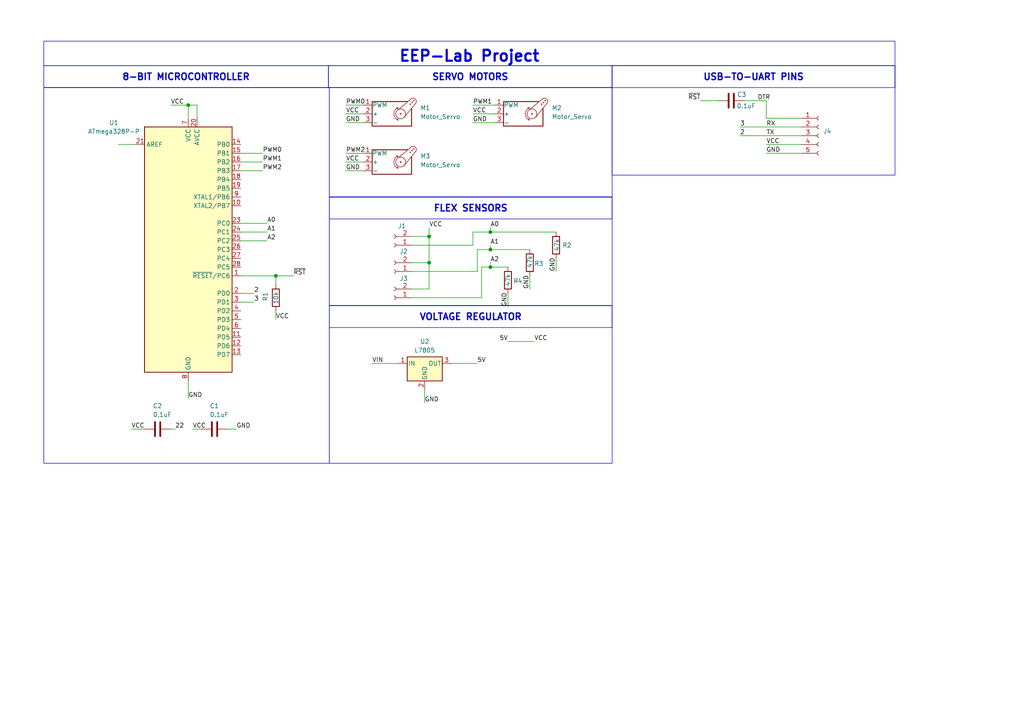
<source format=kicad_sch>
(kicad_sch (version 20231120) (generator "eeschema") (generator_version "8.0")
  (paper "A4")
  (lib_symbols
    (symbol "Device:C" (pin_numbers hide) (pin_names (offset 0.254))
      (property "Reference" "C" (at 0.635 2.54 0))
      (property "Value" "C" (at 0.635 -2.54 0))
      (symbol "C_0_1"
        (polyline (pts (xy -2.032 -0.762) (xy 2.032 -0.762)) (stroke (width 0.508)))
        (polyline (pts (xy -2.032 0.762) (xy 2.032 0.762)) (stroke (width 0.508)))
      )
      (symbol "C_1_1"
        (pin passive line (at 0 3.81 270) (length 2.794) (name "~") (number "1"))
        (pin passive line (at 0 -3.81 90) (length 2.794) (name "~") (number "2"))
      )
    )
    (symbol "Device:R" (pin_numbers hide) (pin_names (offset 0))
      (property "Reference" "R" (at 2.032 0 90))
      (property "Value" "R" (at 0 0 90))
      (symbol "R_0_1"
        (rectangle (start -1.016 -2.54) (end 1.016 2.54) (stroke (width 0.254)))
      )
      (symbol "R_1_1"
        (pin passive line (at 0 3.81 270) (length 1.27) (name "~") (number "1"))
        (pin passive line (at 0 -3.81 90) (length 1.27) (name "~") (number "2"))
      )
    )
    (symbol "atmega:ATmega328P-P"
      (property "Reference" "U" (at -12.7 36.83 0))
      (property "Value" "ATmega328P-P" (at 2.54 -36.83 0))
      (symbol "ATmega328P-P_0_1"
        (rectangle (start -12.7 -35.56) (end 12.7 35.56) (stroke (width 0.254)) (fill (type background)))
      )
      (symbol "ATmega328P-P_1_1"
        (pin bidirectional line (at 15.24 -7.62 180) (length 2.54) (name "~{RESET}/PC6") (number "1"))
        (pin bidirectional line (at 15.24 12.7 180) (length 2.54) (name "XTAL2/PB7") (number "10"))
        (pin bidirectional line (at 15.24 -25.4 180) (length 2.54) (name "PD5") (number "11"))
        (pin bidirectional line (at 15.24 -27.94 180) (length 2.54) (name "PD6") (number "12"))
        (pin bidirectional line (at 15.24 -30.48 180) (length 2.54) (name "PD7") (number "13"))
        (pin bidirectional line (at 15.24 30.48 180) (length 2.54) (name "PB0") (number "14"))
        (pin bidirectional line (at 15.24 27.94 180) (length 2.54) (name "PB1") (number "15"))
        (pin bidirectional line (at 15.24 25.4 180) (length 2.54) (name "PB2") (number "16"))
        (pin bidirectional line (at 15.24 22.86 180) (length 2.54) (name "PB3") (number "17"))
        (pin bidirectional line (at 15.24 20.32 180) (length 2.54) (name "PB4") (number "18"))
        (pin bidirectional line (at 15.24 17.78 180) (length 2.54) (name "PB5") (number "19"))
        (pin bidirectional line (at 15.24 -12.7 180) (length 2.54) (name "PD0") (number "2"))
        (pin power_in line (at 2.54 38.1 270) (length 2.54) (name "AVCC") (number "20"))
        (pin passive line (at -15.24 30.48 0) (length 2.54) (name "AREF") (number "21"))
        (pin passive line (at 0 -38.1 90) (length 2.54) hide (name "GND") (number "22"))
        (pin bidirectional line (at 15.24 7.62 180) (length 2.54) (name "PC0") (number "23"))
        (pin bidirectional line (at 15.24 5.08 180) (length 2.54) (name "PC1") (number "24"))
        (pin bidirectional line (at 15.24 2.54 180) (length 2.54) (name "PC2") (number "25"))
        (pin bidirectional line (at 15.24 0 180) (length 2.54) (name "PC3") (number "26"))
        (pin bidirectional line (at 15.24 -2.54 180) (length 2.54) (name "PC4") (number "27"))
        (pin bidirectional line (at 15.24 -5.08 180) (length 2.54) (name "PC5") (number "28"))
        (pin bidirectional line (at 15.24 -15.24 180) (length 2.54) (name "PD1") (number "3"))
        (pin bidirectional line (at 15.24 -17.78 180) (length 2.54) (name "PD2") (number "4"))
        (pin bidirectional line (at 15.24 -20.32 180) (length 2.54) (name "PD3") (number "5"))
        (pin bidirectional line (at 15.24 -22.86 180) (length 2.54) (name "PD4") (number "6"))
        (pin power_in line (at 0 38.1 270) (length 2.54) (name "VCC") (number "7"))
        (pin power_in line (at 0 -38.1 90) (length 2.54) (name "GND") (number "8"))
        (pin bidirectional line (at 15.24 15.24 180) (length 2.54) (name "XTAL1/PB6") (number "9"))
      )
    )
    (symbol "connectors:Conn_01x02_Socket" (pin_names (offset 1.016) hide)
      (property "Reference" "J" (at 0 2.54 0))
      (property "Value" "Conn_01x02_Socket" (at 0 -5.08 0))
      (symbol "Conn_01x02_Socket_1_1"
        (arc (start 0 -2.032) (mid -0.5058 -2.54) (end 0 -3.048) (stroke (width 0.1524)))
        (polyline (pts (xy -1.27 -2.54) (xy -0.508 -2.54)) (stroke (width 0.1524)))
        (polyline (pts (xy -1.27 0) (xy -0.508 0)) (stroke (width 0.1524)))
        (arc (start 0 0.508) (mid -0.5058 0) (end 0 -0.508) (stroke (width 0.1524)))
        (pin passive line (at -5.08 0 0) (length 3.81) (name "Pin_1") (number "1"))
        (pin passive line (at -5.08 -2.54 0) (length 3.81) (name "Pin_2") (number "2"))
      )
    )
    (symbol "connectors:Conn_01x05_Socket" (pin_names (offset 1.016) hide)
      (property "Reference" "J" (at 0 7.62 0))
      (property "Value" "Conn_01x05_Socket" (at 0 -7.62 0))
      (symbol "Conn_01x05_Socket_1_1"
        (arc (start 0 -4.572) (mid -0.5058 -5.08) (end 0 -5.588) (stroke (width 0.1524)))
        (arc (start 0 -2.032) (mid -0.5058 -2.54) (end 0 -3.048) (stroke (width 0.1524)))
        (polyline (pts (xy -1.27 -5.08) (xy -0.508 -5.08)) (stroke (width 0.1524)))
        (polyline (pts (xy -1.27 -2.54) (xy -0.508 -2.54)) (stroke (width 0.1524)))
        (polyline (pts (xy -1.27 0) (xy -0.508 0)) (stroke (width 0.1524)))
        (polyline (pts (xy -1.27 2.54) (xy -0.508 2.54)) (stroke (width 0.1524)))
        (polyline (pts (xy -1.27 5.08) (xy -0.508 5.08)) (stroke (width 0.1524)))
        (arc (start 0 0.508) (mid -0.5058 0) (end 0 -0.508) (stroke (width 0.1524)))
        (arc (start 0 3.048) (mid -0.5058 2.54) (end 0 2.032) (stroke (width 0.1524)))
        (arc (start 0 5.588) (mid -0.5058 5.08) (end 0 4.572) (stroke (width 0.1524)))
        (pin passive line (at -5.08 5.08 0) (length 3.81) (name "Pin_1") (number "1"))
        (pin passive line (at -5.08 2.54 0) (length 3.81) (name "Pin_2") (number "2"))
        (pin passive line (at -5.08 0 0) (length 3.81) (name "Pin_3") (number "3"))
        (pin passive line (at -5.08 -2.54 0) (length 3.81) (name "Pin_4") (number "4"))
        (pin passive line (at -5.08 -5.08 0) (length 3.81) (name "Pin_5") (number "5"))
      )
    )
    (symbol "motor:Motor_Servo" (pin_names (offset 0.0254))
      (property "Reference" "M" (at -5.08 4.445 0))
      (property "Value" "Motor_Servo" (at -5.08 -4.064 0))
      (symbol "Motor_Servo_0_1"
        (polyline (pts (xy 2.413 -1.778) (xy 2.032 -1.778)))
        (polyline (pts (xy 2.413 -1.778) (xy 2.286 -1.397)))
        (polyline (pts (xy 2.413 1.778) (xy 1.905 1.778)))
        (polyline (pts (xy 2.413 1.778) (xy 2.286 1.397)))
        (polyline (pts (xy 6.35 4.445) (xy 2.54 1.27)))
        (polyline (pts (xy 7.62 3.175) (xy 4.191 -1.016)))
        (polyline (pts (xy 5.08 3.556) (xy -5.08 3.556) (xy -5.08 -3.556) (xy 6.35 -3.556) (xy 6.35 1.524)) (stroke (width 0.254)))
        (arc (start 2.413 1.778) (mid 1.2406 0) (end 2.413 -1.778))
        (circle (center 3.175 0) (radius 0.1778))
        (circle (center 3.175 0) (radius 1.4224))
        (circle (center 5.969 2.794) (radius 0.127))
        (circle (center 6.477 3.302) (radius 0.127))
        (circle (center 6.985 3.81) (radius 0.127))
        (arc (start 7.62 3.175) (mid 7.4485 4.2735) (end 6.35 4.445))
      )
      (symbol "Motor_Servo_1_1"
        (pin passive line (at -7.62 2.54 0) (length 2.54) (name "PWM") (number "1"))
        (pin passive line (at -7.62 0 0) (length 2.54) (name "+") (number "2"))
        (pin passive line (at -7.62 -2.54 0) (length 2.54) (name "-") (number "3"))
      )
    )
    (symbol "regulators:L7805" (pin_names (offset 0.254))
      (property "Reference" "U" (at -3.81 3.175 0))
      (property "Value" "L7805" (at 0 3.175 0))
      (symbol "L7805_0_1"
        (rectangle (start -5.08 1.905) (end 5.08 -5.08) (stroke (width 0.254)) (fill (type background)))
      )
      (symbol "L7805_1_1"
        (pin power_in line (at -7.62 0 0) (length 2.54) (name "IN") (number "1"))
        (pin power_in line (at 0 -7.62 90) (length 2.54) (name "GND") (number "2"))
        (pin power_out line (at 7.62 0 180) (length 2.54) (name "OUT") (number "3"))
      )
    )
  )
  (junction (at 80.01 80.01))
  (junction (at 54.61 30.48))
  (junction (at 124.46 76.2))
  (junction (at 142.24 72.39))
  (junction (at 142.24 77.47))
  (junction (at 142.24 67.31))
  (junction (at 124.46 68.58))
  (wire (pts (xy 69.85 69.85) (xy 77.47 69.85)))
  (wire (pts (xy 100.33 44.45) (xy 105.41 44.45)))
  (wire (pts (xy 54.61 110.49) (xy 54.61 115.57)))
  (wire (pts (xy 69.85 85.09) (xy 73.66 85.09)))
  (wire (pts (xy 142.24 76.2) (xy 142.24 77.47)))
  (wire (pts (xy 54.61 30.48) (xy 54.61 34.29)))
  (wire (pts (xy 138.43 72.39) (xy 142.24 72.39)))
  (wire (pts (xy 57.15 30.48) (xy 57.15 34.29)))
  (wire (pts (xy 119.38 68.58) (xy 124.46 68.58)))
  (wire (pts (xy 139.7 77.47) (xy 142.24 77.47)))
  (wire (pts (xy 123.19 113.03) (xy 123.19 116.84)))
  (wire (pts (xy 100.33 33.02) (xy 105.41 33.02)))
  (wire (pts (xy 119.38 86.36) (xy 139.7 86.36)))
  (wire (pts (xy 119.38 83.82) (xy 124.46 83.82)))
  (wire (pts (xy 124.46 68.58) (xy 124.46 76.2)))
  (wire (pts (xy 222.25 44.45) (xy 232.41 44.45)))
  (wire (pts (xy 49.53 30.48) (xy 54.61 30.48)))
  (wire (pts (xy 69.85 87.63) (xy 73.66 87.63)))
  (wire (pts (xy 139.7 86.36) (xy 139.7 77.47)))
  (wire (pts (xy 100.33 46.99) (xy 105.41 46.99)))
  (wire (pts (xy 80.01 80.01) (xy 85.09 80.01)))
  (wire (pts (xy 50.8 124.46) (xy 49.53 124.46)))
  (wire (pts (xy 142.24 71.12) (xy 142.24 72.39)))
  (wire (pts (xy 80.01 92.71) (xy 80.01 90.17)))
  (wire (pts (xy 137.16 30.48) (xy 143.51 30.48)))
  (wire (pts (xy 69.85 46.99) (xy 76.2 46.99)))
  (wire (pts (xy 119.38 78.74) (xy 138.43 78.74)))
  (wire (pts (xy 161.29 74.93) (xy 161.29 78.74)))
  (wire (pts (xy 222.25 41.91) (xy 232.41 41.91)))
  (wire (pts (xy 130.81 105.41) (xy 138.43 105.41)))
  (wire (pts (xy 100.33 49.53) (xy 105.41 49.53)))
  (wire (pts (xy 124.46 76.2) (xy 124.46 83.82)))
  (wire (pts (xy 69.85 80.01) (xy 80.01 80.01)))
  (wire (pts (xy 142.24 72.39) (xy 153.67 72.39)))
  (wire (pts (xy 124.46 66.04) (xy 124.46 68.58)))
  (wire (pts (xy 147.32 99.06) (xy 154.94 99.06)))
  (wire (pts (xy 100.33 30.48) (xy 105.41 30.48)))
  (wire (pts (xy 80.01 82.55) (xy 80.01 80.01)))
  (wire (pts (xy 137.16 35.56) (xy 143.51 35.56)))
  (wire (pts (xy 214.63 36.83) (xy 232.41 36.83)))
  (wire (pts (xy 137.16 67.31) (xy 142.24 67.31)))
  (wire (pts (xy 138.43 78.74) (xy 138.43 72.39)))
  (wire (pts (xy 119.38 71.12) (xy 137.16 71.12)))
  (wire (pts (xy 153.67 80.01) (xy 153.67 83.82)))
  (wire (pts (xy 69.85 44.45) (xy 76.2 44.45)))
  (wire (pts (xy 142.24 67.31) (xy 161.29 67.31)))
  (wire (pts (xy 222.25 29.21) (xy 222.25 34.29)))
  (wire (pts (xy 142.24 77.47) (xy 147.32 77.47)))
  (wire (pts (xy 222.25 34.29) (xy 232.41 34.29)))
  (wire (pts (xy 34.29 41.91) (xy 39.37 41.91)))
  (wire (pts (xy 69.85 67.31) (xy 77.47 67.31)))
  (wire (pts (xy 119.38 76.2) (xy 124.46 76.2)))
  (wire (pts (xy 142.24 66.04) (xy 142.24 67.31)))
  (wire (pts (xy 215.9 29.21) (xy 222.25 29.21)))
  (wire (pts (xy 147.32 85.09) (xy 147.32 88.9)))
  (wire (pts (xy 137.16 71.12) (xy 137.16 67.31)))
  (wire (pts (xy 41.91 124.46) (xy 38.1 124.46)))
  (wire (pts (xy 107.95 105.41) (xy 115.57 105.41)))
  (wire (pts (xy 54.61 30.48) (xy 57.15 30.48)))
  (wire (pts (xy 69.85 64.77) (xy 77.47 64.77)))
  (wire (pts (xy 66.04 124.46) (xy 68.58 124.46)))
  (wire (pts (xy 137.16 33.02) (xy 143.51 33.02)))
  (wire (pts (xy 203.2 29.21) (xy 208.28 29.21)))
  (wire (pts (xy 214.63 39.37) (xy 232.41 39.37)))
  (wire (pts (xy 55.88 124.46) (xy 58.42 124.46)))
  (wire (pts (xy 100.33 35.56) (xy 105.41 35.56)))
  (wire (pts (xy 69.85 49.53) (xy 76.2 49.53)))
  (rectangle (start 177.546 19.05) (end 259.588 50.8))
  (rectangle (start 95.504 25.4) (end 177.546 57.15))
  (rectangle (start 95.504 57.15) (end 177.546 88.646))
  (rectangle (start 12.7 25.4) (end 95.504 134.366))
  (rectangle (start 95.504 88.646) (end 177.546 134.366))
  (text_box "VOLTAGE REGULATOR\n" (at 95.504 88.646 0) (size 82.042 6.35) (effects (font (size 1.905 1.905) (thickness 0.381) (bold yes))))
  (text_box "EEP-Lab Project\n" (at 12.7 11.938 0) (size 246.888 7.112) (effects (font (size 3.175 3.175) (thickness 0.635) (bold yes)) (justify top)))
  (text_box "FLEX SENSORS" (at 95.504 57.15 0) (size 82.042 6.35) (effects (font (size 1.905 1.905) (thickness 0.381) (bold yes))))
  (text_box "USB-TO-UART PINS\n" (at 177.546 19.05 0) (size 82.042 6.35) (effects (font (size 1.905 1.905) (thickness 0.381) (bold yes))))
  (text_box "8-BIT MICROCONTROLLER\n" (at 12.7 19.05 0) (size 82.55 6.35) (effects (font (size 1.905 1.905) (thickness 0.381) (bold yes))))
  (text_box "SERVO MOTORS\n" (at 95.25 19.05 0) (size 82.296 6.35) (effects (font (size 1.905 1.905) (thickness 0.381) (bold yes))))
  (label "VCC" (at 38.1 124.46 0))
  (label "VCC" (at 55.88 124.46 0))
  (label "A0" (at 142.24 66.04 0))
  (label "GND" (at 100.33 35.56 0))
  (label "A1" (at 142.24 71.12 0))
  (label "2" (at 73.66 85.09 0))
  (label "VCC" (at 137.16 33.02 0))
  (label "A2" (at 142.24 76.2 0))
  (label "22" (at 50.8 124.46 0))
  (label "3" (at 73.66 87.63 0))
  (label "GND" (at 222.25 44.45 0))
  (label "A2" (at 77.47 69.85 0))
  (label "GND" (at 161.29 78.74 90))
  (label "~{RST}" (at 85.09 80.01 0))
  (label "VCC" (at 222.25 41.91 0))
  (label "GND" (at 123.19 116.84 0))
  (label "PWM2" (at 100.33 44.45 0))
  (label "2" (at 214.63 39.37 0))
  (label "PWM0" (at 100.33 30.48 0))
  (label "GND" (at 147.32 88.9 90))
  (label "PWM1" (at 76.2 46.99 0))
  (label "VCC" (at 124.46 66.04 0))
  (label "VIN" (at 107.95 105.41 0))
  (label "VCC" (at 154.94 99.06 0))
  (label "5V" (at 147.32 99.06 180))
  (label "PWM1" (at 137.16 30.48 0))
  (label "PWM2" (at 76.2 49.53 0))
  (label "VCC" (at 100.33 33.02 0))
  (label "GND" (at 137.16 35.56 0))
  (label "RX" (at 222.25 36.83 0))
  (label "3" (at 214.63 36.83 0))
  (label "~{RST}" (at 203.2 29.21 180))
  (label "A1" (at 77.47 67.31 0))
  (label "VCC" (at 80.01 92.71 0))
  (label "VCC" (at 100.33 46.99 0))
  (label "GND" (at 153.67 83.82 90))
  (label "TX" (at 222.25 39.37 0))
  (label "GND" (at 54.61 115.57 0))
  (label "VCC" (at 49.53 30.48 0))
  (label "DTR" (at 219.71 29.21 0))
  (label "GND" (at 68.58 124.46 0))
  (label "PWM0" (at 76.2 44.45 0))
  (label "GND" (at 100.33 49.53 0))
  (label "A0" (at 77.47 64.77 0))
  (label "5V" (at 138.43 105.41 0))
  (symbol (lib_id "connectors:Conn_01x02_Socket") (at 114.3 71.12 180) (unit 1)
    (property "Reference" "J1" (at 116.586 65.532 0))
    (property "Value" "Conn_01x02_Socket" (effects (hide yes)))
    (property "Description" "Generic connector, single row, 01x02, script generated" (effects (hide yes)))
  )
  (symbol (lib_id "motor:Motor_Servo") (at 113.03 33.02 0) (unit 1)
    (property "Reference" "M1" (at 121.92 31.3165 0) (effects (justify left)))
    (property "Value" "Motor_Servo" (at 121.92 33.8565 0) (effects (justify left)))
    (property "Datasheet" "http://forums.parallax.com/uploads/attachments/46831/74481.png" (effects (hide yes)))
    (property "Description" "Servo Motor (Futaba, HiTec, JR connector)" (effects (hide yes)))
  )
  (symbol (lib_id "connectors:Conn_01x02_Socket") (at 114.3 86.36 180) (unit 1)
    (property "Reference" "J3" (at 117.094 80.772 0))
    (property "Value" "Conn_01x02_Socket" (effects (hide yes)))
    (property "Description" "Generic connector, single row, 01x02, script generated" (effects (hide yes)))
  )
  (symbol (lib_id "motor:Motor_Servo") (at 151.13 33.02 0) (unit 1)
    (property "Reference" "M2" (at 160.02 31.3165 0) (effects (justify left)))
    (property "Value" "Motor_Servo" (at 160.02 33.8565 0) (effects (justify left)))
    (property "Datasheet" "http://forums.parallax.com/uploads/attachments/46831/74481.png" (effects (hide yes)))
    (property "Description" "Servo Motor (Futaba, HiTec, JR connector)" (effects (hide yes)))
  )
  (symbol (lib_id "connectors:Conn_01x05_Socket") (at 237.49 39.37 0) (unit 1)
    (property "Reference" "J4" (at 238.76 38.0999 0) (effects (justify left)))
    (property "Value" "Conn_01x05_Socket" (effects (hide yes)))
    (property "Description" "Generic connector, single row, 01x05, script generated" (effects (hide yes)))
  )
  (symbol (lib_id "regulators:L7805") (at 123.19 105.41 0) (unit 1)
    (property "Reference" "U2" (at 123.19 99.06 0))
    (property "Value" "L7805" (at 123.19 101.6 0))
    (property "Datasheet" "http://www.st.com/content/ccc/resource/technical/document/datasheet/41/4f/b3/b0/12/d4/47/88/CD00000444.pdf/files/CD00000444.pdf/jcr:content/translations/en.CD00000444.pdf" (effects (hide yes)))
    (property "Description" "Positive 1.5A 35V Linear Regulator, Fixed Output 5V, TO-220/TO-263/TO-252" (effects (hide yes)))
  )
  (symbol (lib_id "atmega:ATmega328P-P") (at 54.61 72.39 0) (unit 1)
    (property "Reference" "U1" (at 33.02 35.5914 0))
    (property "Value" "ATmega328P-P" (at 33.02 38.1314 0))
    (property "Footprint" "Package_DIP:DIP-28_W7.62mm" (effects (hide yes)))
    (property "Datasheet" "http://ww1.microchip.com/downloads/en/DeviceDoc/ATmega328_P%20AVR%20MCU%20with%20picoPower%20Technology%20Data%20Sheet%2040001984A.pdf" (effects (hide yes)))
    (property "Description" "20MHz, 32kB Flash, 2kB SRAM, 1kB EEPROM, DIP-28" (effects (hide yes)))
  )
  (symbol (lib_id "Device:R") (at 147.32 81.28 0) (unit 1)
    (property "Reference" "R4" (at 148.844 81.534 0) (effects (justify left)))
    (property "Value" "47k" (at 147.32 83.058 90) (effects (justify left)))
    (property "Description" "Resistor" (effects (hide yes)))
  )
  (symbol (lib_id "connectors:Conn_01x02_Socket") (at 114.3 78.74 180) (unit 1)
    (property "Reference" "J2" (at 117.094 72.898 0))
    (property "Value" "Conn_01x02_Socket" (effects (hide yes)))
    (property "Description" "Generic connector, single row, 01x02, script generated" (effects (hide yes)))
  )
  (symbol (lib_id "Device:C") (at 45.72 124.46 270) (unit 1)
    (property "Reference" "C2" (at 44.323 117.729 90) (effects (justify left)))
    (property "Value" "0.1uF" (at 44.323 120.269 90) (effects (justify left)))
    (property "Description" "Unpolarized capacitor" (effects (hide yes)))
  )
  (symbol (lib_id "Device:R") (at 161.29 71.12 0) (unit 1)
    (property "Reference" "R2" (at 163.068 71.12 0) (effects (justify left)))
    (property "Value" "47k" (at 161.544 72.898 90) (effects (justify left)))
    (property "Description" "Resistor" (effects (hide yes)))
  )
  (symbol (lib_id "Device:C") (at 212.09 29.21 90) (unit 1)
    (property "Reference" "C3" (at 215.138 27.432 90))
    (property "Value" "0.1uF" (at 216.408 30.734 90))
    (property "Description" "Unpolarized capacitor" (effects (hide yes)))
  )
  (symbol (lib_id "Device:C") (at 62.23 124.46 270) (unit 1)
    (property "Reference" "C1" (at 60.833 117.729 90) (effects (justify left)))
    (property "Value" "0.1uF" (at 60.833 120.269 90) (effects (justify left)))
    (property "Description" "Unpolarized capacitor" (effects (hide yes)))
  )
  (symbol (lib_id "Device:R") (at 80.01 86.36 0) (unit 1)
    (property "Reference" "R1" (at 76.962 87.376 90) (effects (justify left)))
    (property "Value" "10k" (at 80.01 84.582 90) (effects (justify right)))
    (property "Description" "Resistor" (effects (hide yes)))
  )
  (symbol (lib_id "Device:R") (at 153.67 76.2 0) (unit 1)
    (property "Reference" "R3" (at 154.94 76.454 0) (effects (justify left)))
    (property "Value" "47k" (at 153.67 77.724 90) (effects (justify left)))
    (property "Description" "Resistor" (effects (hide yes)))
  )
  (symbol (lib_id "motor:Motor_Servo") (at 113.03 46.99 0) (unit 1)
    (property "Reference" "M3" (at 121.92 45.2865 0) (effects (justify left)))
    (property "Value" "Motor_Servo" (at 121.92 47.8265 0) (effects (justify left)))
    (property "Datasheet" "http://forums.parallax.com/uploads/attachments/46831/74481.png" (effects (hide yes)))
    (property "Description" "Servo Motor (Futaba, HiTec, JR connector)" (effects (hide yes)))
  )
)
</source>
